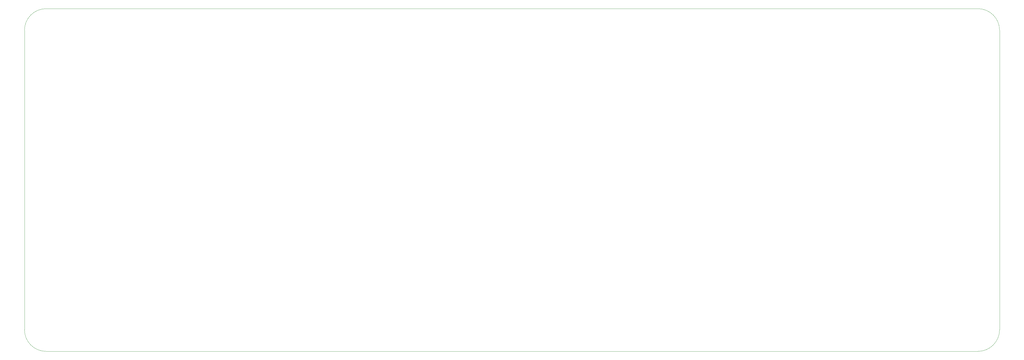
<source format=gbr>
%TF.GenerationSoftware,KiCad,Pcbnew,5.0.0-fee4fd1~66~ubuntu18.04.1*%
%TF.CreationDate,2018-09-12T00:22:08-07:00*%
%TF.ProjectId,keyboard2018,6B6579626F617264323031382E6B6963,rev?*%
%TF.SameCoordinates,Original*%
%TF.FileFunction,Profile,NP*%
%FSLAX46Y46*%
G04 Gerber Fmt 4.6, Leading zero omitted, Abs format (unit mm)*
G04 Created by KiCad (PCBNEW 5.0.0-fee4fd1~66~ubuntu18.04.1) date Wed Sep 12 00:22:08 2018*
%MOMM*%
%LPD*%
G01*
G04 APERTURE LIST*
%ADD10C,0.050800*%
G04 APERTURE END LIST*
D10*
X47625000Y-86995000D02*
G75*
G02X55245000Y-79375000I7620000J0D01*
G01*
X55245000Y-200025000D02*
G75*
G02X47625000Y-192405000I0J7620000D01*
G01*
X390525000Y-192405000D02*
G75*
G02X382905000Y-200025000I-7620000J0D01*
G01*
X382905000Y-79375000D02*
G75*
G02X390525000Y-86995000I0J-7620000D01*
G01*
X382905000Y-79375000D02*
X55245000Y-79375000D01*
X390525000Y-192405000D02*
X390525000Y-86995000D01*
X55245000Y-200025000D02*
X382905000Y-200025000D01*
X47625000Y-86995000D02*
X47625000Y-192405000D01*
M02*

</source>
